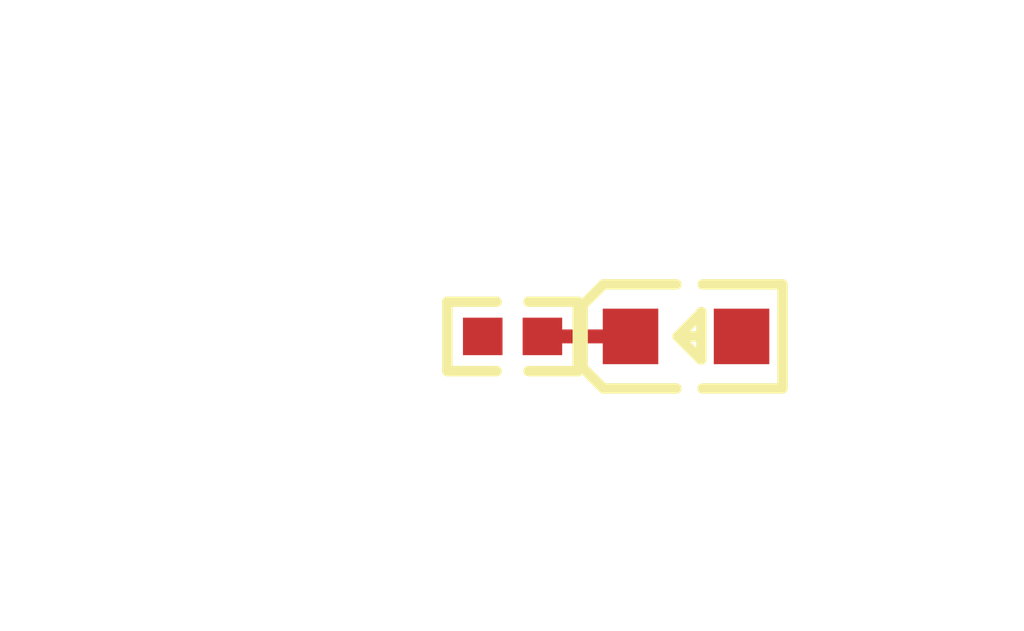
<source format=kicad_pcb>
(kicad_pcb (version 20241229) (generator "pcbnew") (generator_version "9.0")
  (layers (0 "F.Cu" signal) (2 "B.Cu" signal) (13 "F.Paste" user) (15 "B.Paste" user) (5 "F.SilkS" user "F.Silkscreen") (7 "B.SilkS" user "B.Silkscreen") (1 "F.Mask" user) (3 "B.Mask" user) (25 "Edge.Cuts" user))
  (net 0 "")
  (net 1 "GND")
  (net 2 "anode")
  (net 3 "cathode")
  (footprint "UNI_ROYAL_0402WGF1002TCE:R0402" (layer "F.Cu") (at -2.5 0 180)
    (property "Reference" "R1" (hide yes))
    (property "Value" "10kΩ ±1% 62.5mW")
    (fp_line (start 0.94 0.5) (end 0.94 -0.5) (stroke (width 0.15)) (layer "F.SilkS"))
    (fp_line (start 0.94 -0.5) (end 0.23 -0.5) (stroke (width 0.15)) (layer "F.SilkS"))
    (fp_line (start 0.23 0.5) (end 0.94 0.5) (stroke (width 0.15)) (layer "F.SilkS"))
    (fp_line (start -0.23 0.5) (end -0.94 0.5) (stroke (width 0.15)) (layer "F.SilkS"))
    (fp_line (start -0.94 0.5) (end -0.94 -0.5) (stroke (width 0.15)) (layer "F.SilkS"))
    (fp_line (start -0.94 -0.5) (end -0.23 -0.5) (stroke (width 0.15)) (layer "F.SilkS"))
    (pad "1" smd rect (at -0.43 0 180) (size 0.57 0.54) (layers "F.Cu" "F.Mask" "F.Paste") (net 3 "cathode"))
    (pad "2" smd rect (at 0.43 0 180) (size 0.57 0.54) (layers "F.Cu" "F.Mask" "F.Paste") (net 1 "GND"))
  )
  (footprint "Hubei_KENTO_Elec_KT_0603R:LED0603-RD" (layer "F.Cu") (at 0 0 0)
    (property "Reference" "LED1" (hide yes))
    (property "Value" "")
    (fp_line (start -1.49 -0.45) (end -1.19 -0.75) (stroke (width 0.15)) (layer "F.SilkS"))
    (fp_line (start -1.49 -0.35) (end -1.49 -0.45) (stroke (width 0.15)) (layer "F.SilkS"))
    (fp_line (start -1.49 -0.35) (end -1.49 0.35) (stroke (width 0.15)) (layer "F.SilkS"))
    (fp_line (start -1.49 0.35) (end -1.49 0.45) (stroke (width 0.15)) (layer "F.SilkS"))
    (fp_line (start -1.49 0.45) (end -1.19 0.75) (stroke (width 0.15)) (layer "F.SilkS"))
    (fp_line (start -0.14 -0.75) (end -1.19 -0.75) (stroke (width 0.15)) (layer "F.SilkS"))
    (fp_line (start -0.14 0.75) (end -1.19 0.75) (stroke (width 0.15)) (layer "F.SilkS"))
    (fp_line (start 0.21 0.33) (end -0.12 0) (stroke (width 0.15)) (layer "F.SilkS"))
    (fp_line (start 0.22 -0.35) (end 0.22 -0.34) (stroke (width 0.15)) (layer "F.SilkS"))
    (fp_line (start 0.22 -0.35) (end 0.22 0.33) (stroke (width 0.15)) (layer "F.SilkS"))
    (fp_line (start 0.22 -0.34) (end -0.12 0) (stroke (width 0.15)) (layer "F.SilkS"))
    (fp_line (start 0.22 0) (end -0.12 0) (stroke (width 0.15)) (layer "F.SilkS"))
    (fp_line (start 0.22 0.33) (end 0.21 0.33) (stroke (width 0.15)) (layer "F.SilkS"))
    (fp_line (start 0.24 -0.75) (end 1.39 -0.75) (stroke (width 0.15)) (layer "F.SilkS"))
    (fp_line (start 0.24 0.75) (end 1.39 0.75) (stroke (width 0.15)) (layer "F.SilkS"))
    (fp_line (start 1.39 -0.75) (end 1.39 0.73) (stroke (width 0.15)) (layer "F.SilkS"))
    (pad "1" smd rect (at -0.8 0 90) (size 0.8 0.8) (layers "F.Cu" "F.Mask" "F.Paste") (net 3 "cathode"))
    (pad "2" smd rect (at 0.8 0 90) (size 0.8 0.8) (layers "F.Cu" "F.Mask" "F.Paste") (net 2 "anode"))
  )
  (segment (start -2.07 0) (end -0.8 0) (width 0.2) (net 3) (layer "F.Cu"))
)
</source>
